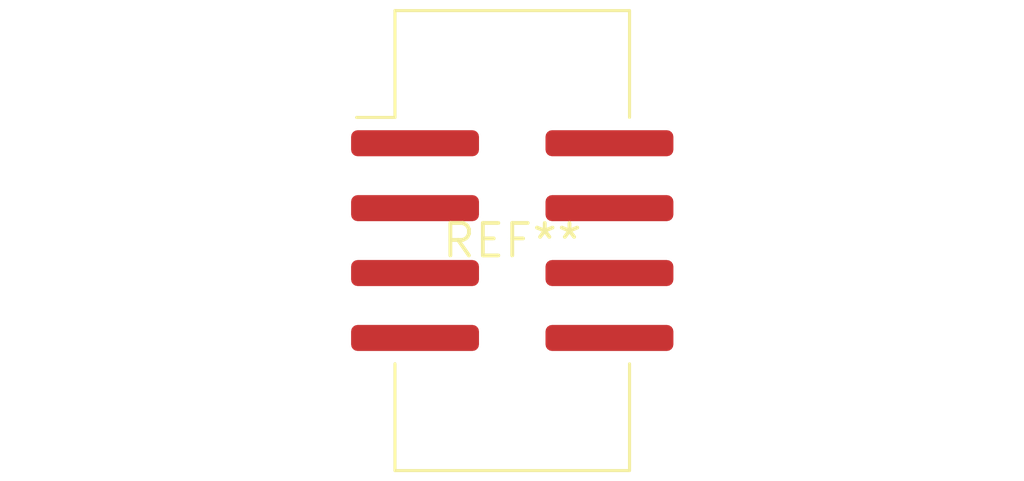
<source format=kicad_pcb>
(kicad_pcb (version 20240108) (generator pcbnew)
  (layers (0 "F.Cu" signal) (31 "B.Cu" signal) (34 "B.Paste" user) (35 "F.Paste" user) (36 "B.SilkS" user "B.Silkscreen") (37 "F.SilkS" user "F.Silkscreen") (38 "B.Mask" user) (39 "F.Mask" user) (44 "Edge.Cuts" user))
  (net 0 "")
  (footprint "IDC-Header_2x04_P2.54mm_Vertical_SMD" (layer "F.Cu") (at 0 0)
    (property "Reference" "REF**")
    (property "Value" "IDC-Header_2x04_P2.54mm_Vertical_SMD")
    (fp_line (start -4.585 -9) (end 4.585 -9) (layer "F.SilkS") (stroke (width 0.12)))
    (fp_line (start -4.585 -4.82) (end -6.085 -4.82) (layer "F.SilkS") (stroke (width 0.12)))
    (fp_line (start -4.585 -4.82) (end -4.585 -9) (layer "F.SilkS") (stroke (width 0.12)))
    (fp_line (start -4.585 4.82) (end -4.585 9) (layer "F.SilkS") (stroke (width 0.12)))
    (fp_line (start -4.585 9) (end 4.585 9) (layer "F.SilkS") (stroke (width 0.12)))
    (fp_line (start 4.585 -9) (end 4.585 -4.82) (layer "F.SilkS") (stroke (width 0.12)))
    (fp_line (start 4.585 9) (end 4.585 4.82) (layer "F.SilkS") (stroke (width 0.12)))
    (pad "1" smd roundrect (at -3.8 -3.81) (size 5 1.02) (layers "F.Cu" "F.Paste" "F.Mask"))
    (pad "2" smd roundrect (at 3.8 -3.81) (size 5 1.02) (layers "F.Cu" "F.Paste" "F.Mask"))
    (pad "3" smd roundrect (at -3.8 -1.27) (size 5 1.02) (layers "F.Cu" "F.Paste" "F.Mask"))
    (pad "4" smd roundrect (at 3.8 -1.27) (size 5 1.02) (layers "F.Cu" "F.Paste" "F.Mask"))
    (pad "5" smd roundrect (at -3.8 1.27) (size 5 1.02) (layers "F.Cu" "F.Paste" "F.Mask"))
    (pad "6" smd roundrect (at 3.8 1.27) (size 5 1.02) (layers "F.Cu" "F.Paste" "F.Mask"))
    (pad "7" smd roundrect (at -3.8 3.81) (size 5 1.02) (layers "F.Cu" "F.Paste" "F.Mask"))
    (pad "8" smd roundrect (at 3.8 3.81) (size 5 1.02) (layers "F.Cu" "F.Paste" "F.Mask"))
  )
)
</source>
